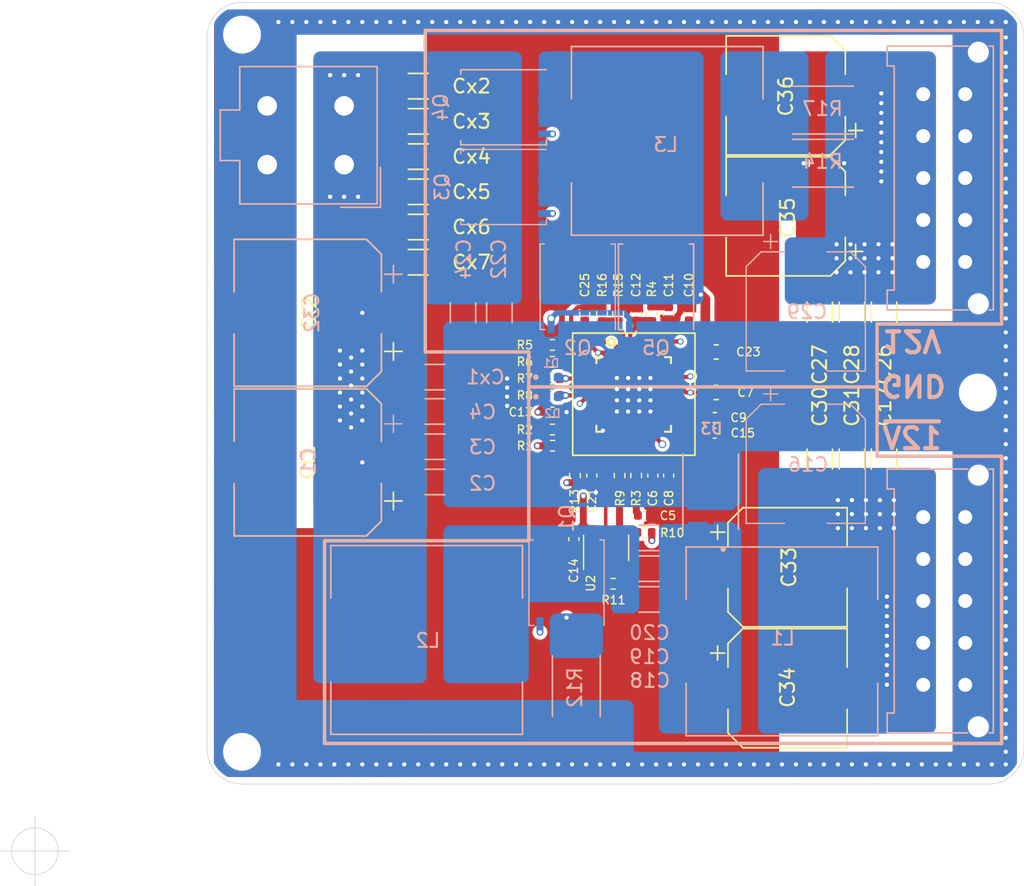
<source format=kicad_pcb>
(kicad_pcb (version 20211014) (generator pcbnew)
  (layers (0 "F.Cu" signal) (1 "In1.Cu" signal) (2 "In2.Cu" mixed) (31 "B.Cu" mixed) (34 "B.Paste" user) (35 "F.Paste" user) (36 "B.SilkS" user "B.Silkscreen") (37 "F.SilkS" user "F.Silkscreen") (38 "B.Mask" user) (39 "F.Mask" user) (44 "Edge.Cuts" user))
  (net 0 "")
  (net 1 "GND")
  (net 2 "VIN")
  (net 3 "Net-(C5-Pad2)")
  (net 4 "Net-(C6-Pad2)")
  (net 5 "Net-(C8-Pad2)")
  (net 6 "Net-(C9-Pad2)")
  (net 7 "Net-(C10-Pad1)")
  (net 8 "Net-(C11-Pad1)")
  (net 9 "Net-(C12-Pad1)")
  (net 10 "INTVcc")
  (net 11 "Net-(C15-Pad2)")
  (net 12 "Vout2(-12V)")
  (net 13 "Net-(C18-Pad2)")
  (net 14 "Net-(C18-Pad1)")
  (net 15 "Net-(C21-Pad2)")
  (net 16 "Net-(C23-Pad2)")
  (net 17 "Net-(C23-Pad1)")
  (net 18 "Vout1(12V)")
  (net 19 "Net-(C25-Pad1)")
  (net 20 "Net-(D1-Pad2)")
  (net 21 "Net-(D2-Pad2)")
  (net 22 "Net-(Q1-Pad4)")
  (net 23 "Net-(Q1-Pad1)")
  (net 24 "Net-(Q2-Pad4)")
  (net 25 "Net-(Q3-Pad4)")
  (net 26 "RUN")
  (net 27 "Net-(R5-Pad1)")
  (net 28 "Net-(R6-Pad1)")
  (net 29 "Net-(R10-Pad1)")
  (net 30 "Net-(R9-Pad1)")
  (net 31 "Net-(R11-Pad1)")
  (net 32 "Net-(R15-Pad2)")
  (footprint "lib:QFN-32_UH" (layer "F.Cu") (at 142.8 87.34)
    (fp_text reference "U1")
    (fp_text value "LTC3892EUHPBF")
  )
  (footprint "Capacitor_SMD:C_0402_1005Metric" (layer "F.Cu") (at 143.58 95.99 180)
    (fp_text reference "C5")
    (fp_text value "6.8nF")
  )
  (footprint "Capacitor_SMD:C_0402_1005Metric" (layer "F.Cu") (at 144.17 93.14 90)
    (fp_text reference "C6")
    (fp_text value "47pF")
  )
  (footprint "Capacitor_SMD:C_0603_1608Metric" (layer "F.Cu") (at 148.7 87.2)
    (fp_text reference "C7")
    (fp_text value "0.1uF")
  )
  (footprint "Capacitor_SMD:C_0402_1005Metric" (layer "F.Cu") (at 145.3 93.14 90)
    (fp_text reference "C8")
    (fp_text value "0.1uF")
  )
  (footprint "Capacitor_SMD:C_0402_1005Metric" (layer "F.Cu") (at 148.6 89 180)
    (fp_text reference "C9")
    (fp_text value "4.7uF")
  )
  (footprint "Capacitor_SMD:C_0402_1005Metric" (layer "F.Cu") (at 146.76 81.56 90)
    (fp_text reference "C10")
    (fp_text value "0.1uF")
  )
  (footprint "Capacitor_SMD:C_0402_1005Metric" (layer "F.Cu") (at 145.3 81.58 -90)
    (fp_text reference "C11")
    (fp_text value "6.8nF")
  )
  (footprint "Capacitor_SMD:C_0402_1005Metric" (layer "F.Cu") (at 142.97 81.57 90)
    (fp_text reference "C12")
    (fp_text value "47pF")
  )
  (footprint "Capacitor_SMD:C_0402_1005Metric" (layer "F.Cu") (at 136.99 88.603332)
    (fp_text reference "C13")
    (fp_text value "0.1uF")
  )
  (footprint "Capacitor_SMD:C_0402_1005Metric" (layer "F.Cu") (at 138.52 97.69 -90)
    (fp_text reference "C14")
    (fp_text value "10nF")
  )
  (footprint "Capacitor_SMD:C_0402_1005Metric" (layer "F.Cu") (at 148.59 90.11 180)
    (fp_text reference "C15")
    (fp_text value "0.1uF")
  )
  (footprint "Capacitor_SMD:C_1206_3216Metric" (layer "F.Cu") (at 160.699999 91.9625 -90)
    (fp_text reference "C17")
    (fp_text value "10uF")
  )
  (footprint "Capacitor_SMD:C_0402_1005Metric" (layer "F.Cu") (at 139.81 93.14 90)
    (fp_text reference "C21")
    (fp_text value "220pF")
  )
  (footprint "Capacitor_SMD:C_0603_1608Metric" (layer "F.Cu") (at 148.7 84.3)
    (fp_text reference "C23")
    (fp_text value "0.1uF")
  )
  (footprint "Capacitor_SMD:C_0402_1005Metric" (layer "F.Cu") (at 139.3 81.57 90)
    (fp_text reference "C25")
    (fp_text value "220pF")
  )
  (footprint "Capacitor_SMD:C_1206_3216Metric" (layer "F.Cu") (at 160.7 81.4525 90)
    (fp_text reference "C26")
    (fp_text value "10uF")
  )
  (footprint "Capacitor_SMD:C_1206_3216Metric" (layer "F.Cu") (at 156.1 81.4525 90)
    (fp_text reference "C27")
    (fp_text value "10uF")
  )
  (footprint "Capacitor_SMD:C_1206_3216Metric" (layer "F.Cu") (at 158.4 81.4525 90)
    (fp_text reference "C28")
    (fp_text value "10uF")
  )
  (footprint "Resistor_SMD:R_0402_1005Metric" (layer "F.Cu") (at 137 91.01 180)
    (fp_text reference "R1")
    (fp_text value "1M")
  )
  (footprint "Resistor_SMD:R_0402_1005Metric" (layer "F.Cu") (at 136.99 89.85)
    (fp_text reference "R2")
    (fp_text value "237K")
  )
  (footprint "Resistor_SMD:R_0402_1005Metric" (layer "F.Cu") (at 142.98 93.14 90)
    (fp_text reference "R3")
    (fp_text value "10K")
  )
  (footprint "Resistor_SMD:R_0402_1005Metric" (layer "F.Cu") (at 144.09 81.57 90)
    (fp_text reference "R4")
    (fp_text value "10K")
  )
  (footprint "Resistor_SMD:R_0402_1005Metric" (layer "F.Cu") (at 136.99 83.8 180)
    (fp_text reference "R5")
    (fp_text value "31.6K")
  )
  (footprint "Resistor_SMD:R_0402_1005Metric" (layer "F.Cu") (at 136.99 85.003333 180)
    (fp_text reference "R6")
    (fp_text value "100K")
  )
  (footprint "Resistor_SMD:R_0402_1005Metric" (layer "F.Cu") (at 136.99 86.206666)
    (fp_text reference "R7")
    (fp_text value "10K")
  )
  (footprint "Resistor_SMD:R_0402_1005Metric" (layer "F.Cu") (at 136.99 87.409999)
    (fp_text reference "R8")
    (fp_text value "20K")
  )
  (footprint "Resistor_SMD:R_0402_1005Metric" (layer "F.Cu") (at 141.79 93.14 -90)
    (fp_text reference "R9")
    (fp_text value "5.11K")
  )
  (footprint "Resistor_SMD:R_0402_1005Metric" (layer "F.Cu") (at 143.58 97.21)
    (fp_text reference "R10")
    (fp_text value "76.8K")
  )
  (footprint "Resistor_SMD:R_0402_1005Metric" (layer "F.Cu") (at 141.34 100.879999 180)
    (fp_text reference "R11")
    (fp_text value "4.75K")
  )
  (footprint "Resistor_SMD:R_0402_1005Metric" (layer "F.Cu") (at 138.6 93.14 90)
    (fp_text reference "R13")
    (fp_text value "150R")
  )
  (footprint "Resistor_SMD:R_0402_1005Metric" (layer "F.Cu") (at 141.69 81.57 -90)
    (fp_text reference "R15")
    (fp_text value "7.15K")
  )
  (footprint "Resistor_SMD:R_0402_1005Metric" (layer "F.Cu") (at 140.54 81.57 90)
    (fp_text reference "R16")
    (fp_text value "100K")
  )
  (footprint "Package_TO_SOT_SMD:SOT-23-5" (layer "F.Cu") (at 140.83 98.309999 90)
    (fp_text reference "U2")
    (fp_text value "LT1797")
  )
  (footprint "Capacitor_SMD:C_1206_3216Metric" (layer "F.Cu") (at 156.1 91.9625 -90)
    (fp_text reference "C30")
    (fp_text value "10uF")
  )
  (footprint "Capacitor_SMD:C_1206_3216Metric" (layer "F.Cu") (at 158.4 91.9625 -90)
    (fp_text reference "C31")
    (fp_text value "10uF")
  )
  (footprint "Capacitor_SMD:C_1206_3216Metric" (layer "F.Cu") (at 127.4 65.288888 180)
    (fp_text reference "Cx2")
    (fp_text value "OPT")
  )
  (footprint "MountingHole:MountingHole_2.2mm_M2" (layer "F.Cu") (at 114.8 112.9)
    (fp_text reference "H1" hide)
    (fp_text value "MountingHole")
  )
  (footprint "MountingHole:MountingHole_2.2mm_M2" (layer "F.Cu") (at 114.8 61.6)
    (fp_text reference "H2" hide)
    (fp_text value "MountingHole")
  )
  (footprint "MountingHole:MountingHole_2.2mm_M2" (layer "F.Cu") (at 167.4 87.2)
    (fp_text reference "H3" hide)
    (fp_text value "MountingHole")
  )
  (footprint "Capacitor_SMD:CP_Elec_10x10" (layer "F.Cu") (at 119.5 92.2 180)
    (fp_text reference "Cl1")
    (fp_text value "OPT")
  )
  (footprint "Capacitor_SMD:CP_Elec_10x10" (layer "F.Cu") (at 119.5 81.5 180)
    (fp_text reference "Cl2")
    (fp_text value "OPT")
  )
  (footprint "Capacitor_SMD:C_1206_3216Metric" (layer "F.Cu") (at 127.4 67.807332 180)
    (fp_text reference "Cx3")
    (fp_text value "OPT")
  )
  (footprint "Capacitor_SMD:C_1206_3216Metric" (layer "F.Cu") (at 127.4 70.325776 180)
    (fp_text reference "Cx4")
    (fp_text value "OPT")
  )
  (footprint "Capacitor_SMD:C_1206_3216Metric" (layer "F.Cu") (at 127.4 72.84422 180)
    (fp_text reference "Cx5")
    (fp_text value "OPT")
  )
  (footprint "Capacitor_SMD:C_1206_3216Metric" (layer "F.Cu") (at 127.4 75.362664 180)
    (fp_text reference "Cx6")
    (fp_text value "OPT")
  )
  (footprint "Capacitor_SMD:C_1206_3216Metric" (layer "F.Cu") (at 127.4 77.88111 180)
    (fp_text reference "Cx7")
    (fp_text value "OPT")
  )
  (footprint "Capacitor_SMD:CP_Elec_8x10" (layer "F.Cu") (at 153.8 99.7)
    (fp_text reference "C33")
    (fp_text value "OPT")
  )
  (footprint "Capacitor_SMD:CP_Elec_8x10" (layer "F.Cu") (at 153.8 108.35)
    (fp_text reference "C34")
    (fp_text value "OPT")
  )
  (footprint "Capacitor_SMD:CP_Elec_8x10" (layer "F.Cu") (at 153.67 74.6 180)
    (fp_text reference "C35")
    (fp_text value "OPT")
  )
  (footprint "Capacitor_SMD:CP_Elec_8x10" (layer "F.Cu") (at 153.669999 65.95 180)
    (fp_text reference "C36")
    (fp_text value "OPT")
  )
  (footprint "Capacitor_SMD:CP_Elec_10x10" (layer "B.Cu") (at 119.5 92.2 180)
    (fp_text reference "C1")
    (fp_text value "47uF")
  )
  (footprint "Capacitor_SMD:C_1206_3216Metric" (layer "B.Cu") (at 128.6 93.6)
    (fp_text reference "C2")
    (fp_text value "2.2uF")
  )
  (footprint "Capacitor_SMD:C_1206_3216Metric" (layer "B.Cu") (at 128.6 91.077778)
    (fp_text reference "C3")
    (fp_text value "2.2uF")
  )
  (footprint "Capacitor_SMD:C_1206_3216Metric" (layer "B.Cu") (at 128.6 88.555556)
    (fp_text reference "C4")
    (fp_text value "2.2uF")
  )
  (footprint "Capacitor_SMD:CP_Elec_8x10" (layer "B.Cu") (at 155.1 92.3 -90)
    (fp_text reference "C16")
    (fp_text value "150uF")
  )
  (footprint "Capacitor_SMD:C_1206_3216Metric" (layer "B.Cu") (at 143.9 97.6 180)
    (fp_text reference "C18")
    (fp_text value "10uF")
  )
  (footprint "Capacitor_SMD:C_1206_3216Metric" (layer "B.Cu") (at 143.9 102 180)
    (fp_text reference "C19")
    (fp_text value "10uF")
  )
  (footprint "Capacitor_SMD:C_1206_3216Metric" (layer "B.Cu") (at 143.9 99.8 180)
    (fp_text reference "C20")
    (fp_text value "10uF")
  )
  (footprint "Capacitor_SMD:C_1206_3216Metric" (layer "B.Cu") (at 133.2 81.5 -90)
    (fp_text reference "C22")
    (fp_text value "10uF")
  )
  (footprint "Capacitor_SMD:C_1206_3216Metric" (layer "B.Cu") (at 130.6 81.5 -90)
    (fp_text reference "C24")
    (fp_text value "10uF")
  )
  (footprint "LED_SMD:LED_0402_1005Metric" (layer "B.Cu") (at 136.9 86.1)
    (fp_text reference "D1")
    (fp_text value "LED")
  )
  (footprint "LED_SMD:LED_0402_1005Metric" (layer "B.Cu") (at 136.9 87.5)
    (fp_text reference "D2")
    (fp_text value "LED")
  )
  (footprint "lib:DIO_PDS360-13" (layer "B.Cu") (at 148.3 94.3 180)
    (fp_text reference "D3")
    (fp_text value "SBR8U60P5-13")
  )
  (footprint "Inductor_SMD:L_Wuerth_HCM-1350" (layer "B.Cu") (at 153.4 105 180)
    (fp_text reference "L1")
    (fp_text value "6.8uH")
  )
  (footprint "Inductor_SMD:L_Wuerth_HCM-1350" (layer "B.Cu") (at 128 104.9)
    (fp_text reference "L2")
    (fp_text value "6.8uH")
  )
  (footprint "Inductor_SMD:L_Wuerth_HCM-1350" (layer "B.Cu") (at 145.2 69.2)
    (fp_text reference "L3")
    (fp_text value "6.8uH")
  )
  (footprint "Package_TO_SOT_SMD:TDSON-8-1" (layer "B.Cu") (at 138 100.8 90)
    (fp_text reference "Q1")
    (fp_text value "BSC028N06LS3")
  )
  (footprint "Package_TO_SOT_SMD:TDSON-8-1" (layer "B.Cu") (at 138.8 79.64 90)
    (fp_text reference "Q2")
    (fp_text value "BSC028N06LS3")
  )
  (footprint "Package_TO_SOT_SMD:TDSON-8-1" (layer "B.Cu") (at 133.5 72.5 180)
    (fp_text reference "Q3")
    (fp_text value "BSC028N06LS3")
  )
  (footprint "Resistor_SMD:R_2512_6332Metric" (layer "B.Cu") (at 138.7 108.2 -90)
    (fp_text reference "R12")
    (fp_text value "5m")
  )
  (footprint "Resistor_SMD:R_2512_6332Metric" (layer "B.Cu") (at 156.33 70.8 180)
    (fp_text reference "R14")
    (fp_text value "8m")
  )
  (footprint "Capacitor_SMD:CP_Elec_8x10" (layer "B.Cu") (at 155.1 81.4 -90)
    (fp_text reference "C29")
    (fp_text value "150uF")
  )
  (footprint "Capacitor_SMD:CP_Elec_10x10" (layer "B.Cu") (at 119.5 81.5 180)
    (fp_text reference "C32")
    (fp_text value "47uF")
  )
  (footprint "Package_TO_SOT_SMD:TDSON-8-1" (layer "B.Cu") (at 133.5 66.8 180)
    (fp_text reference "Q4")
    (fp_text value "BSC028N06LS3")
  )
  (footprint "Package_TO_SOT_SMD:TDSON-8-1" (layer "B.Cu") (at 144.4 79.64 90)
    (fp_text reference "Q5")
    (fp_text value "BSC028N06LS3")
  )
  (footprint "Resistor_SMD:R_2512_6332Metric" (layer "B.Cu") (at 156.33 67 180)
    (fp_text reference "R17")
    (fp_text value "8m")
  )
  (footprint "Connector_Molex:Molex_Micro-Fit_3.0_43045-1012_2x05_P3.00mm_Vertical" (layer "B.Cu") (at 163.5 65.86 -90)
    (fp_text reference "J1" hide)
    (fp_text value "Conn_02x05_Top_Bottom")
  )
  (footprint "Connector_Molex:Molex_Micro-Fit_3.0_43045-1012_2x05_P3.00mm_Vertical" (layer "B.Cu") (at 163.5 96.11 -90)
    (fp_text reference "J2" hide)
    (fp_text value "Conn_02x05_Top_Bottom")
  )
  (footprint "Connector_Molex:Molex_Mini-Fit_Jr_5566-04A_2x02_P4.20mm_Vertical" (layer "B.Cu") (at 122.1 70.9 90)
    (fp_text reference "J3" hide)
    (fp_text value "Conn_01x02")
  )
  (footprint "Capacitor_SMD:C_1206_3216Metric" (layer "B.Cu") (at 128.6 86.1 180)
    (fp_text reference "Cx1")
    (fp_text value "OPT")
  )
  (gr_line (start 135.3 97.8) (end 135.3 86.8) (layer "B.SilkS") (width 0.25))
  (gr_line (start 160.2 91.76) (end 160.2 86.8) (layer "B.SilkS") (width 0.25))
  (gr_line (start 160.2 91.76) (end 169.1 91.76) (layer "B.SilkS") (width 0.25))
  (gr_circle (center 135.81 87.5) (end 135.91 87.6) (layer "B.SilkS") (width 0.12) (fill none))
  (gr_line (start 169.1 91.76) (end 169.1 112.3) (layer "B.SilkS") (width 0.25))
  (gr_line (start 160.2 82.3) (end 169.1 82.3) (layer "B.SilkS") (width 0.25))
  (gr_line (start 169.1 112.3) (end 120.7 112.3) (layer "B.SilkS") (width 0.25))
  (gr_line (start 135.3 86.8) (end 160.2 86.8) (layer "B.SilkS") (width 0.25))
  (gr_line (start 120.7 97.8) (end 135.3 97.8) (layer "B.SilkS") (width 0.25))
  (gr_line (start 127.9 84.3) (end 135.3 84.3) (layer "B.SilkS") (width 0.25))
  (gr_line (start 160.2 86.8) (end 160.2 82.3) (layer "B.SilkS") (width 0.25))
  (gr_line (start 127.9 61.3) (end 127.9 84.3) (layer "B.SilkS") (width 0.25))
  (gr_line (start 169.1 61.3) (end 127.9 61.3) (layer "B.SilkS") (width 0.25))
  (gr_line (start 135.3 84.3) (end 135.3 86.8) (layer "B.SilkS") (width 0.25))
  (gr_line (start 169.1 82.3) (end 169.1 61.3) (layer "B.SilkS") (width 0.25))
  (gr_line (start 120.7 112.3) (end 120.7 97.8) (layer "B.SilkS") (width 0.25))
  (gr_circle (center 135.8 86.1) (end 135.9 86.2) (layer "B.SilkS") (width 0.12) (fill none))
  (gr_line (start 147.18 91.69) (end 147.18 82.95) (layer "F.SilkS") (width 0.12))
  (gr_line (start 147.18 91.69) (end 138.44 91.69) (layer "F.SilkS") (width 0.12))
  (gr_line (start 138.44 82.95) (end 138.44 91.69) (layer "F.SilkS") (width 0.12))
  (gr_line (start 138.44 82.95) (end 147.18 82.95) (layer "F.SilkS") (width 0.12))
  (gr_circle (center 141.2 83.6) (end 141.4 83.6) (layer "F.SilkS") (width 0.4) (fill none))
  (gr_line (start 112.3 112.7) (end 112.3 61.8) (layer "Edge.Cuts") (width 0.05))
  (gr_arc (start 112.3 61.8) (mid 113.032233 60.032233) (end 114.8 59.3) (layer "Edge.Cuts") (width 0.05))
  (gr_arc (start 168.2 59.3) (mid 169.967767 60.032233) (end 170.7 61.8) (layer "Edge.Cuts") (width 0.05))
  (gr_arc (start 170.7 112.7) (mid 169.967767 114.467767) (end 168.2 115.2) (layer "Edge.Cuts") (width 0.05))
  (gr_arc (start 114.8 115.2) (mid 113.032233 114.467767) (end 112.3 112.7) (layer "Edge.Cuts") (width 0.05))
  (gr_line (start 114.8 59.3) (end 168.2 59.3) (layer "Edge.Cuts") (width 0.05))
  (gr_line (start 168.2 115.2) (end 114.8 115.2) (layer "Edge.Cuts") (width 0.05))
  (gr_line (start 170.7 61.8) (end 170.7 112.7) (layer "Edge.Cuts") (width 0.05))
  (gr_text "12V" (at 162.7 83.5 180) (layer "B.SilkS") (effects (font (size 1.5 1.5) (thickness 0.3)) (justify mirror)))
  (gr_text "~{12V}" (at 162.699999 90.5) (layer "B.SilkS") (effects (font (size 1.5 1.5) (thickness 0.3)) (justify mirror)))
  (gr_text "GND\n" (at 162.8 86.7 180) (layer "B.SilkS") (effects (font (size 1.5 1.5) (thickness 0.3)) (justify mirror)))
  (target plus (at 100 120) (size 5) (width 0.05) (layer "Edge.Cuts"))
  (segment (start 143.919411 86.349411) (end 144.66 87.09) (width 0.3) (layer "F.Cu") (net 1))
  (segment (start 143.919411 87.830589) (end 144.66 87.09) (width 0.3) (layer "F.Cu") (net 1))
  (segment (start 143.04 89.2) (end 142.651091 88.811091) (width 0.3) (layer "F.Cu") (net 1))
  (segment (start 143.458909 88.821091) (end 143.07 89.21) (width 0.3) (layer "F.Cu") (net 1))
  (segment (start 143.15 88.82) (end 143.538909 89.208909) (width 0.3) (layer "F.Cu") (net 1))
  (segment (start 143.54 89.21) (end 143.928909 88.821091) (width 0.3) (layer "F.Cu") (net 1))
  (segment (start 143.58 89.09) (end 143.03 89.09) (width 0.3) (layer "F.Cu") (net 1))
  (segment (start 140.1 94.35) (end 140.1 93.91) (width 0.5) (layer "F.Cu") (net 1))
  (segment (start 143.05 89.7924) (end 143.05 88.71) (width 0.3) (layer "F.Cu") (net 1))
  (segment (start 140.6 89.93) (end 140.9124 89.93) (width 0.5) (layer "F.Cu") (net 1))
  (segment (start 140.1 93.91) (end 139.81 93.62) (width 0.5) (layer "F.Cu") (net 1))
  (segment (start 145.3 82.06) (end 145.58 82.06) (width 0.3) (layer "F.Cu") (net 1))
  (segment (start 146.56 81.08) (end 146.76 81.08) (width 0.3) (layer "F.Cu") (net 1))
  (segment (start 137.473332 88.6) (end 138 88.6) (width 0.5) (layer "F.Cu") (net 1))
  (segment (start 143.55 89.7924) (end 143.55 88.09) (width 0.3) (layer "F.Cu") (net 1))
  (segment (start 143.05 87.09) (end 142.8 87.34) (width 0.3) (layer "F.Cu") (net 1))
  (segment (start 141.05 89.93) (end 141.05 89.7924) (width 0.3) (layer "F.Cu") (net 1))
  (segment (start 145.35 89.09) (end 145.2524 89.09) (width 0.3) (layer "F.Cu") (net 1))
  (segment (start 143.05 88.71) (end 143.2 88.56) (width 0.3) (layer "F.Cu") (net 1))
  (segment (start 140.9124 89.93) (end 140.95048 89.89192) (width 0.5) (layer "F.Cu") (net 1))
  (segment (start 137.473332 88.6) (end 137.47 88.603332) (width 0.3) (layer "F.Cu") (net 1))
  (segment (start 145.2524 87.09) (end 143.05 87.09) (width 0.3) (layer "F.Cu") (net 1))
  (segment (start 143.55 88.09) (end 142.8 87.34) (width 0.3) (layer "F.Cu") (net 1))
  (segment (start 145.58 82.06) (end 146.56 81.08) (width 0.3) (layer "F.Cu") (net 1))
  (via (at 142.4 86.16) (size 0.5) (drill 0.3) (layers "F.Cu" "B.Cu") (net 1))
  (via (at 143.2 86.16) (size 0.5) (drill 0.3) (layers "F.Cu" "B.Cu") (net 1))
  (via (at 144 86.16) (size 0.5) (drill 0.3) (layers "F.Cu" "B.Cu") (net 1))
  (via (at 141.6 86.96) (size 0.5) (drill 0.3) (layers "F.Cu" "B.Cu") (net 1))
  (via (at 142.4 86.96) (size 0.5) (drill 0.3) (layers "F.Cu" "B.Cu") (net 1))
  (via (at 143.2 86.96) (size 0.5) (drill 0.3) (layers "F.Cu" "B.Cu") (net 1))
  (via (at 144 86.96) (size 0.5) (drill 0.3) (layers "F.Cu" "B.Cu") (net 1))
  (via (at 141.6 87.76) (size 0.5) (drill 0.3) (layers "F.Cu" "B.Cu") (net 1))
  (via (at 142.4 87.76) (size 0.5) (drill 0.3) (layers "F.Cu" "B.Cu") (net 1))
  (via (at 143.2 87.76) (size 0.5) (drill 0.3) (layers "F.Cu" "B.Cu") (net 1))
  (via (at 144 87.76) (size 0.5) (drill 0.3) (layers "F.Cu" "B.Cu") (net 1))
  (via (at 141.6 88.56) (size 0.5) (drill 0.3) (layers "F.Cu" "B.Cu") (net 1))
  (via (at 142.4 88.56) (size 0.5) (drill 0.3) (layers "F.Cu" "B.Cu") (net 1))
  (via (at 143.2 88.56) (size 0.5) (drill 0.3) (layers "F.Cu" "B.Cu") (net 1))
  (via (at 144 88.56) (size 0.5) (drill 0.3) (layers "F.Cu" "B.Cu") (net 1))
  (via (at 169.4 61.8) (size 0.45) (drill 0.3) (layers "F.Cu" "B.Cu") (net 1))
  (via (at 167.4 60.7) (size 0.45) (drill 0.3) (layers "F.Cu" "B.Cu") (net 1))
  (via (at 169.4 60.7) (size 0.45) (drill 0.3) (layers "F.Cu" "B.Cu") (net 1))
  (via (at 168.4 60.7) (size 0.45) (drill 0.3) (layers "F.Cu" "B.Cu") (net 1))
  (via (at 165.4 60.7) (size 0.45) (drill 0.3) (layers "F.Cu" "B.Cu") (net 1))
  (via (at 166.4 60.7) (size 0.45) (drill 0.3) (layers "F.Cu" "B.Cu") (net 1))
  (via (at 165.4 113.8) (size 0.45) (drill 0.3) (layers "F.Cu" "B.Cu") (net 1))
  (via (at 166.4 113.8) (size 0.45) (drill 0.3) (layers "F.Cu" "B.Cu") (net 1))
  (via (at 169.4 113.8) (size 0.45) (drill 0.3) (layers "F.Cu" "B.Cu") (net 1))
  (via (at 167.4 113.8) (size 0.45) (drill 0.3) (layers "F.Cu" "B.Cu") (net 1))
  (via (at 168.4 113.8) (size 0.45) (drill 0.3) (layers "F.Cu" "B.Cu") (net 1))
  (via (at 117.4 60.7) (size 0.45) (drill 0.3) (layers "F.Cu" "B.Cu") (net 1))
  (via (at 118.4 60.7) (size 0.45) (drill 0.3) (layers "F.Cu" "B.Cu") (net 1))
  (via (at 119.4 60.7) (size 0.45) (drill 0.3) (layers "F.Cu" "B.Cu") (net 1))
  (via (at 120.4 60.7) (size 0.45) (drill 0.3) (layers "F.Cu" "B.Cu") (net 1))
  (via (at 121.4 60.7) (size 0.45) (drill 0.3) (layers "F.Cu" "B.Cu") (net 1))
  (via (at 122.4 60.7) (size 0.45) (drill 0.3) (layers "F.Cu" "B.Cu") (net 1))
  (via (at 123.4 60.7) (size 0.45) (drill 0.3) (layers "F.Cu" "B.Cu") (net 1))
  (via (at 124.4 60.7) (size 0.45) (drill 0.3) (layers "F.Cu" "B.Cu") (net 1))
  (via (at 125.4 60.7) (size 0.45) (drill 0.3) (layers "F.Cu" "B.Cu") (net 1))
  (via (at 126.4 60.7) (size 0.45) (drill 0.3) (layers "F.Cu" "B.Cu") (net 1))
  (via (at 127.4 60.7) (size 0.45) (drill 0.3) (layers "F.Cu" "B.Cu") (net 1))
  (via (at 128.4 60.7) (size 0.45) (drill 0.3) (layers "F.Cu" "B.Cu") (net 1))
  (via (at 129.4 60.7) (size 0.45) (drill 0.3) (layers "F.Cu" "B.Cu") (net 1))
  (via (at 130.4 60.7) (size 0.45) (drill 0.3) (layers "F.Cu" "B.Cu") (net 1))
  (via (at 131.4 60.7) (size 0.45) (drill 0.3) (layers "F.Cu" "B.Cu") (net 1))
  (via (at 132.4 60.7) (size 0.45) (drill 0.3) (layers "F.Cu" "B.Cu") (net 1))
  (via (at 133.4 60.7) (size 0.45) (drill 0.3) (layers "F.Cu" "B.Cu") (net 1))
  (via (at 134.4 60.7) (size 0.45) (drill 0.3) (layers "F.Cu" "B.Cu") (net 1))
  (via (at 135.4 60.7) (size 0.45) (drill 0.3) (layers "F.Cu" "B.Cu") (net 1))
  (via (at 136.4 60.7) (size 0.45) (drill 0.3) (layers "F.Cu" "B.Cu") (net 1))
  (via (at 137.4 60.7) (size 0.45) (drill 0.3) (layers "F.Cu" "B.Cu") (net 1))
  (via (at 138.4 60.7) (size 0.45) (drill 0.3) (layers "F.Cu" "B.Cu") (net 1))
  (via (at 139.4 60.7) (size 0.45) (drill 0.3) (layers "F.Cu" "B.Cu") (net 1))
  (via (at 140.4 60.7) (size 0.45) (drill 0.3) (layers "F.Cu" "B.Cu") (net 1))
  (via (at 141.4 60.7) (size 0.45) (drill 0.3) (layers "F.Cu" "B.Cu") (net 1))
  (via (at 142.4 60.7) (size 0.45) (drill 0.3) (layers "F.Cu" "B.Cu") (net 1))
  (via (at 143.4 60.7) (size 0.45) (drill 0.3) (layers "F.Cu" "B.Cu") (net 1))
  (via (at 144.4 60.7) (size 0.45) (drill 0.3) (layers "F.Cu" "B.Cu") (net 1))
  (via (at 145.4 60.7) (size 0.45) (drill 0.3) (layers "F.Cu" "B.Cu") (net 1))
  (via (at 146.4 60.7) (size 0.45) (drill 0.3) (layers "F.Cu" "B.Cu") (net 1))
  (via (at 147.4 60.7) (size 0.45) (drill 0.3) (layers "F.Cu" "B.Cu") (net 1))
  (via (at 148.4 60.7) (size 0.45) (drill 0.3) (layers "F.Cu" "B.Cu") (net 1))
  (via (at 149.4 60.7) (size 0.45) (drill 0.3) (layers "F.Cu" "B.Cu") (net 1))
  (via (at 150.4 60.7) (size 0.45) (drill 0.3) (layers "F.Cu" "B.Cu") (net 1))
  (via (at 151.4 60.7) (size 0.45) (drill 0.3) (layers "F.Cu" "B.Cu") (net 1))
  (via (at 152.4 60.7) (size 0.45) (drill 0.3) (layers "F.Cu" "B.Cu") (net 1))
  (via (at 153.4 60.7) (size 0.45) (drill 0.3) (layers "F.Cu" "B.Cu") (net 1))
  (via (at 154.4 60.7) (size 0.45) (drill 0.3) (layers "F.Cu" "B.Cu") (net 1))
  (via (at 155.4 60.7) (size 0.45) (drill 0.3) (layers "F.Cu" "B.Cu") (net 1))
  (via (at 156.4 60.7) (size 0.45) (drill 0.3) (layers "F.Cu" "B.Cu") (net 1))
  (via (at 157.4 60.7) (size 0.45) (drill 0.3) (layers "F.Cu" "B.Cu") (net 1))
  (via (at 158.4 60.7) (size 0.45) (drill 0.3) (layers "F.Cu" "B.Cu") (net 1))
  (via (at 159.4 60.7) (size 0.45) (drill 0.3) (layers "F.Cu" "B.Cu") (net 1))
  (via (at 160.4 60.7) (size 0.45) (drill 0.3) (layers "F.Cu" "B.Cu") (net 1))
  (via (at 161.4 60.7) (size 0.45) (drill 0.3) (layers "F.Cu" "B.Cu") (net 1))
  (via (at 162.4 60.7) (size 0.45) (drill 0.3) (layers "F.Cu" "B.Cu") (net 1))
  (via (at 163.4 60.7) (size 0.45) (drill 0.3) (layers "F.Cu" "B.Cu") (net 1))
  (via (at 164.4 60.7) (size 0.45) (drill 0.3) (layers "F.Cu" "B.Cu") (net 1))
  (via (at 142.4 113.8) (size 0.45) (drill 0.3) (layers "F.Cu" "B.Cu") (net 1))
  (via (at 128.4 113.8) (size 0.45) (drill 0.3) (layers "F.Cu" "B.Cu") (net 1))
  (via (at 144.4 113.8) (size 0.45) (drill 0.3) (layers "F.Cu" "B.Cu") (net 1))
  (via (at 136.4 113.8) (size 0.45) (drill 0.3) (layers "F.Cu" "B.Cu") (net 1))
  (via (at 134.4 113.8) (size 0.45) (drill 0.3) (layers "F.Cu" "B.Cu") (net 1))
  (via (at 152.4 113.8) (size 0.45) (drill 0.3) (layers "F.Cu" "B.Cu") (net 1))
  (via (at 119.4 113.8) (size 0.45) (drill 0.3) (layers "F.Cu" "B.Cu") (net 1))
  (via (at 129.4 113.8) (size 0.45) (drill 0.3) (layers "F.Cu" "B.Cu") (net 1))
  (via (at 124.4 113.8) (size 0.45) (drill 0.3) (layers "F.Cu" "B.Cu") (net 1))
  (via (at 123.4 113.8) (size 0.45) (drill 0.3) (layers "F.Cu" "B.Cu") (net 1))
  (via (at 118.4 113.8) (size 0.45) (drill 0.3) (layers "F.Cu" "B.Cu") (net 1))
  (via (at 125.4 113.8) (size 0.45) (drill 0.3) (layers "F.Cu" "B.Cu") (net 1))
  (via (at 117.4 113.8) (size 0.45) (drill 0.3) (layers "F.Cu" "B.Cu") (net 1))
  (via (at 137.4 113.8) (size 0.45) (drill 0.3) (layers "F.Cu" "B.Cu") (net 1))
  (via (at 138.4 113.8) (size 0.45) (drill 0.3) (layers "F.Cu" "B.Cu") (net 1))
  (via (at 121.4 113.8) (size 0.45) (drill 0.3) (layers "F.Cu" "B.Cu") (net 1))
  (via (at 141.4 113.8) (size 0.45) (drill 0.3) (layers "F.Cu" "B.Cu") (net 1))
  (via (at 143.4 113.8) (size 0.45) (drill 0.3) (layers "F.Cu" "B.Cu") (net 1))
  (via (at 146.4 113.8) (size 0.45) (drill 0.3) (layers "F.Cu" "B.Cu") (net 1))
  (via (at 149.4 113.8) (size 0.45) (drill 0.3) (layers "F.Cu" "B.Cu") (net 1))
  (via (at 120.4 113.8) (size 0.45) (drill 0.3) (layers "F.Cu" "B.Cu") (net 1))
  (via (at 150.4 113.8) (size 0.45) (drill 0.3) (layers "F.Cu" "B.Cu") (net 1))
  (via (at 151.4 113.8) (size 0.45) (drill 0.3) (layers "F.Cu" "B.Cu") (net 1))
  (via (at 154.4 113.8) (size 0.45) (drill 0.3) (layers "F.Cu" "B.Cu") (net 1))
  (via (at 155.4 113.8) (size 0.45) (drill 0.3) (layers "F.Cu" "B.Cu") (net 1))
  (via (at 147.4 113.8) (size 0.45) (drill 0.3) (layers "F.Cu" "B.Cu") (net 1))
  (via (at 158.4 113.8) (size 0.45) (drill 0.3) (layers "F.Cu" "B.Cu") (net 1))
  (via (at 139.4 113.8) (size 0.45) (drill 0.3) (layers "F.Cu" "B.Cu") (net 1))
  (via (at 159.4 113.8) (size 0.45) (drill 0.3) (layers "F.Cu" "B.Cu") (net 1))
  (via (at 132.4 113.8) (size 0.45) (drill 0.3) (layers "F.Cu" "B.Cu") (net 1))
  (via (at 160.4 113.8) (size 0.45) (drill 0.3) (layers "F.Cu" "B.Cu") (net 1))
  (via (at 161.4 113.8) (size 0.45) (drill 0.3) (layers "F.Cu" "B.Cu") (net 1))
  (via (at 145.4 113.8) (size 0.45) (drill 0.3) (layers "F.Cu" "B.Cu") (net 1))
  (via (at 133.4 113.8) (size 0.45) (drill 0.3) (layers "F.Cu" "B.Cu") (net 1))
  (via (at 130.4 113.8) (size 0.45) (drill 0.3) (layers "F.Cu" "B.Cu") (net 1))
  (via (at 148.4 113.8) (size 0.45) (drill 0.3) (layers "F.Cu" "B.Cu") (net 1))
  (via (at 153.4 113.8) (size 0.45) (drill 0.3) (layers "F.Cu" "B.Cu") (net 1))
  (via (at 122.4 113.8) (size 0.45) (drill 0.3) (layers "F.Cu" "B.Cu") (net 1))
  (via (at 126.4 113.8) (size 0.45) (drill 0.3) (layers "F.Cu" "B.Cu") (net 1))
  (via (at 156.4 113.8) (size 0.45) (drill 0.3) (layers "F.Cu" "B.Cu") (net 1))
  (via (at 157.4 113.8) (size 0.45) (drill 0.3) (layers "F.Cu" "B.Cu") (net 1))
  (via (at 127.4 113.8) (size 0.45) (drill 0.3) (layers "F.Cu" "B.Cu") (net 1))
  (via (at 135.4 113.8) (size 0.45) (drill 0.3) (layers "F.Cu" "B.Cu") (net 1))
  (via (at 131.4 113.8) (size 0.45) (drill 0.3) (layers "F.Cu" "B.Cu") (net 1))
  (via (at 140.4 113.8) (size 0.45) (drill 0.3) (layers "F.Cu" "B.Cu") (net 1))
  (via (at 163.4 113.8) (size 0.45) (drill 0.3) (layers "F.Cu" "B.Cu") (net 1))
  (via (at 164.4 113.8) (size 0.45) (drill 0.3) (layers "F.Cu" "B.Cu") (net 1))
  (via (at 162.4 113.8) (size 0.45) (drill 0.3) (layers "F.Cu" "B.Cu") (net 1))
  (via (at 169.4 83.9) (size 0.45) (drill 0.3) (layers "F.Cu" "B.Cu") (net 1))
  (via (at 169.4 72.9) (size 0.45) (drill 0.3) (layers "F.Cu" "B.Cu") (net 1))
  (via (at 169.4 101.9) (size 0.45) (drill 0.3) (layers "F.Cu" "B.Cu") (net 1))
  (via (at 169.4 96.9) (size 0.45) (drill 0.3) (layers "F.Cu" "B.Cu") (net 1))
  (via (at 169.4 86.9) (size 0.45) (drill 0.3) (layers "F.Cu" "B.Cu") (net 1))
  (via (at 169.4 100.9) (size 0.45) (drill 0.3) (layers "F.Cu" "B.Cu") (net 1))
  (via (at 169.4 69.9) (size 0.45) (drill 0.3) (layers "F.Cu" "B.Cu") (net 1))
  (via (at 169.4 91.9) (size 0.45) (drill 0.3) (layers "F.Cu" "B.Cu") (net 1))
  (via (at 169.4 105.9) (size 0.45) (drill 0.3) (layers "F.Cu" "B.Cu") (net 1))
  (via (at 169.4 73.9) (size 0.45) (drill 0.3) (layers "F.Cu" "B.Cu") (net 1))
  (via (at 169.400001 107.9) (size 0.45) (drill 0.3) (layers "F.Cu" "B.Cu") (net 1))
  (via (at 169.4 95.9) (size 0.45) (drill 0.3) (layers "F.Cu" "B.Cu") (net 1))
  (via (at 169.400001 84.9) (size 0.45) (drill 0.3) (layers "F.Cu" "B.Cu") (net 1))
  (via (at 169.400001 103.9) (size 0.45) (drill 0.3) (layers "F.Cu" "B.Cu") (net 1))
  (via (at 169.4 104.9) (size 0.45) (drill 0.3) (layers "F.Cu" "B.Cu") (net 1))
  (via (at 169.4 74.9) (size 0.45) (drill 0.3) (layers "F.Cu" "B.Cu") (net 1))
  (via (at 169.4 108.9) (size 0.45) (drill 0.3) (layers "F.Cu" "B.Cu") (net 1))
  (via (at 169.4 81.9) (size 0.45) (drill 0.3) (layers "F.Cu" "B.Cu") (net 1))
  (via (at 169.4 68.9) (size 0.45) (drill 0.3) (layers "F.Cu" "B.Cu") (net 1))
  (via (at 169.4 88.9) (size 0.45) (drill 0.3) (layers "F.Cu" "B.Cu") (net 1))
  (via (at 169.400001 75.9) (size 0.45) (drill 0.3) (layers "F.Cu" "B.Cu") (net 1))
  (via (at 169.4 97.9) (size 0.45) (drill 0.3) (layers "F.Cu" "B.Cu") (net 1))
  (via (at 169.4 76.9) (size 0.45) (drill 0.3) (layers "F.Cu" "B.Cu") (net 1))
  (via (at 169.4 90.9) (size 0.45) (drill 0.3) (layers "F.Cu" "B.Cu") (net 1))
  (via (at 169.4 99.9) (size 0.45) (drill 0.3) (layers "F.Cu" "B.Cu") (net 1))
  (via (at 169.4 67.9) (size 0.45) (drill 0.3) (layers "F.Cu" "B.Cu") (net 1))
  (via (at 169.400001 98.9) (size 0.45) (drill 0.3) (layers "F.Cu" "B.Cu") (net 1))
  (via (at 169.4 63.9) (size 0.45) (drill 0.3) (layers "F.Cu" "B.Cu") (net 1))
  (via (at 169.4 106.9) (size 0.45) (drill 0.3) (layers "F.Cu" "B.Cu") (net 1))
  (via (at 169.400001 66.9) (size 0.45) (drill 0.3) (layers "F.Cu" "B.Cu") (net 1))
  (via (at 169.400001 70.9) (size 0.45) (drill 0.3) (layers "F.Cu" "B.Cu") (net 1))
  (via (at 169.400001 93.9) (size 0.45) (drill 0.3) (layers "F.Cu" "B.Cu") (net 1))
  (via (at 169.400001 102.9) (size 0.45) (drill 0.3) (layers "F.Cu" "B.Cu") (net 1))
  (via (at 169.400001 94.9) (size 0.45) (drill 0.3) (layers "F.Cu" "B.Cu") (net 1))
  (via (at 169.4 65.9) (size 0.45) (drill 0.3) (layers "F.Cu" "B.Cu") (net 1))
  (via (at 169.400001 71.9) (size 0.45) (drill 0.3) (layers "F.Cu" "B.Cu") (net 1))
  (via (at 169.4 79.9) (size 0.45) (drill 0.3) (layers "F.Cu" "B.Cu") (net 1))
  (via (at 169.4 85.9) (size 0.45) (drill 0.3) (layers "F.Cu" "B.Cu") (net 1))
  (via (at 169.4 92.9) (size 0.45) (drill 0.3) (layers "F.Cu" "B.Cu") (net 1))
  (via (at 169.400001 80.9) (size 0.45) (drill 0.3) (layers "F.Cu" "B.Cu") (net 1))
  (via (at 169.4 64.9) (size 0.45) (drill 0.3) (layers "F.Cu" "B.Cu") (net 1))
  (via (at 169.4 77.9) (size 0.45) (drill 0.3) (layers "F.Cu" "B.Cu") (net 1))
  (via (at 169.400001 89.9) (size 0.45) (drill 0.3) (layers "F.Cu" "B.Cu") (net 1))
  (via (at 169.400001 112.9) (size 0.45) (drill 0.3) (layers "F.Cu" "B.Cu") (net 1))
  (via (at 169.4 87.9) (size 0.45) (drill 0.3) (layers "F.Cu" "B.Cu") (net 1))
  (via (at 169.4 111.9) (size 0.45) (drill 0.3) (layers "F.Cu" "B.Cu") (net 1))
  (via (at 169.4 78.9) (size 0.45) (drill 0.3) (layers "F.Cu" "B.Cu") (net 1))
  (via (at 169.4 110.9) (size 0.45) (drill 0.3) (layers "F.Cu" "B.Cu") (net 1))
  (via (at 169.400001 62.9) (size 0.45) (drill 0.3) (layers "F.Cu" "B.Cu") (net 1))
  (via (at 169.4 109.9) (size 0.45) (drill 0.3) (layers "F.Cu" "B.Cu") (net 1))
  (via (at 169.4 82.9) (size 0.45) (drill 0.3) (layers "F.Cu" "B.Cu") (net 1))
  (via (at 141.6 86.16) (size 0.5) (drill 0.3) (layers "F.Cu" "B.Cu") (net 1))
  (via (at 133.75 87.5) (size 0.45) (drill 0.3) (layers "F.Cu" "B.Cu") (net 1))
  (via (at 138 88.6) (size 0.45) (drill 0.3) (layers "F.Cu" "B.Cu") (net 1))
  (via (at 140.6 89.93) (size 0.45) (drill 0.3) (layers "F.Cu" "B.Cu") (net 1))
  (via (at 140.1 94.35) (size 0.45) (drill 0.3) (layers "F.Cu" "B.Cu") (net 1))
  (via (at 133.75 86.85) (size 0.45) (drill 0.3) (layers "F.Cu" "B.Cu") (net 1))
  (via (at 133.75 88.15) (size 0.45) (drill 0.3) (layers "F.Cu" "B.Cu") (net 1))
  (via (at 133.75 86.2) (size 0.45) (drill 0.3) (layers "F.Cu" "B.Cu") (net 1))
  (segment (start 135.91003 91.01) (end 135.910016 91.010014) (width 0.5) (layer "F.Cu") (net 2))
  (segment (start 148.12501 87.19999) (end 146.849982 87.19999) (width 0.3) (layer "F.Cu") (net 2))
  (segment (start 136.49 91.01) (end 135.91003 91.01) (width 0.5) (layer "F.Cu") (net 2))
  (segment (start 146.54999 87.19999) (end 146.849982 87.19999) (width 0.3) (layer "F.Cu") (net 2))
  (segment (start 145.2524 86.59) (end 145.94 86.59) (width 0.3) (layer "F.Cu") (net 2))
  (segment (start 145.94 86.59) (end 146.54999 87.19999) (width 0.3) (layer "F.Cu") (net 2))
  (via (at 123.4 84.2) (size 0.45) (drill 0.3) (layers "F.Cu" "B.Cu") (net 2))
  (via (at 123.4 85.2) (size 0.45) (drill 0.3) (layers "F.Cu" "B.Cu") (net 2))
  (via (at 123.4 86.2) (size 0.45) (drill 0.3) (layers "F.Cu" "B.Cu") (net 2))
  (via (at 123.4 87.2) (size 0.45) (drill 0.3) (layers "F.Cu" "B.Cu") (net 2))
  (via (at 123.4 88.2) (size 0.45) (drill 0.3) (layers "F.Cu" "B.Cu") (net 2))
  (via (at 123.4 89.2) (size 0.45) (drill 0.3) (layers "F.Cu" "B.Cu") (net 2))
  (via (at 121.8 86.2) (size 0.45) (drill 0.3) (layers "F.Cu" "B.Cu") (net 2))
  (via (at 121.8 87.2) (size 0.45) (drill 0.3) (layers "F.Cu" "B.Cu") (net 2))
  (via (at 122.6 88.7) (size 0.45) (drill 0.3) (layers "F.Cu" "B.Cu") (net 2))
  (via (at 121.8 89.2) (size 0.45) (drill 0.3) (layers "F.Cu" "B.Cu") (net 2))
  (via (at 121.8 84.2) (size 0.45) (drill 0.3) (layers "F.Cu" "B.Cu") (net 2))
  (via (at 121.8 85.2) (size 0.45) (drill 0.3) (layers "F.Cu" "B.Cu") (net 2))
  (via (at 122.6 89.7) (size 0.45) (drill 0.3) (layers "F.Cu" "B.Cu") (net 2))
  (via (at 122.6 84.7) (size 0.45) (drill 0.3) (layers "F.Cu" "B.Cu") (net 2))
  (via (at 122.6 86.7) (size 0.45) (drill 0.3) (layers "F.Cu" "B.Cu") (net 2))
  (via (at 122.6 87.7) (size 0.45) (drill 0.3) (layers "F.Cu" "B.Cu") (net 2))
  (via (at 122.6 85.7) (size 0.45) (drill 0.3) (layers "F.Cu" "B.Cu") (net 2))
  (via (at 121.8 88.2) (size 0.45) (drill 0.3) (layers "F.Cu" "B.Cu") (net 2))
  (via (at 123.1 73.199999) (size 0.45) (drill 0.3) (layers "F.Cu" "B.Cu") (net 2))
  (via (at 121.1 73.2) (size 0.45) (drill 0.3) (layers "F.Cu" "B.Cu") (net 2))
  (via (at 122.1 73.2) (size 0.45) (drill 0.3) (layers "F.Cu" "B.Cu") (net 2))
  (via (at 121.1 64.5) (size 0.45) (drill 0.3) (layers "F.Cu" "B.Cu") (net 2))
  (via (at 123.1 64.499999) (size 0.45) (drill 0.3) (layers "F.Cu" "B.Cu") (net 2))
  (via (at 122.1 64.5) (size 0.45) (drill 0.3) (layers "F.Cu" "B.Cu") (net 2))
  (via (at 123.4 81.5) (size 0.45) (drill 0.3) (layers "F.Cu" "B.Cu") (net 2))
  (via (at 146.849982 87.19999) (size 0.45) (drill 0.3) (layers "F.Cu" "B.Cu") (net 2))
  (via (at 135.910016 91.010014) (size 0.45) (drill 0.3) (layers "F.Cu" "B.Cu") (net 2))
  (via (at 123.4 92.2) (size 0.45) (drill 0.3) (layers "F.Cu" "B.Cu") (net 2))
  (segment (start 142.99 95.74) (end 142.99 93.66) (width 0.5) (layer "F.Cu") (net 3))
  (segment (start 143.09 95.84) (end 142.99 95.74) (width 0.5) (layer "F.Cu") (net 3))
  (segment (start 142.99 93.66) (end 142.98 93.65) (width 0.5) (layer "F.Cu") (net 3))
  (segment (start 142.55 92.2) (end 142.98 92.63) (width 0.3) (layer "F.Cu") (net 4))
  (segment (start 142.98 92.63) (end 144.14 92.63) (width 0.5) (layer "F.Cu") (net 4))
  (segment (start 142.55 89.7924) (end 142.55 92.2) (width 0.3) (layer "F.Cu") (net 4))
  (segment (start 144.14 92.63) (end 144.17 92.66) (width 0.5) (layer "F.Cu") (net 4))
  (segment (start 145.22 92.66) (end 145.22 92.42) (width 0.3) (layer "F.Cu") (net 5))
  (segment (start 144.05 91.25) (end 144.05 89.7924) (width 0.3) (layer "F.Cu") (net 5))
  (segment (start 145.22 92.42) (end 144.05 91.25) (width 0.3) (layer "F.Cu") (net 5))
  (segment (start 145.99 87.59) (end 147.4 89) (width 0.3) (layer "F.Cu") (net 6))
  (segment (start 147.4 89) (end 148.12 89) (width 0.3) (layer "F.Cu") (net 6))
  (segment (start 145.2524 87.59) (end 145.99 87.59) (width 0.3) (layer "F.Cu") (net 6))
  (segment (start 146.76 82.04) (end 146.76 82.05) (width 0.3) (layer "F.Cu") (net 7))
  (segment (start 143.55 83.52) (end 143.55 84.8876) (width 0.3) (layer "F.Cu") (net 7))
  (segment (start 146.76 82.05) (end 145.86 82.95) (width 0.3) (layer "F.Cu") (net 7))
  (segment (start 144.12 82.95) (end 143.55 83.52) (width 0.3) (layer "F.Cu") (net 7))
  (segment (start 145.86 82.95) (end 144.12 82.95) (width 0.3) (layer "F.Cu") (net 7))
  (segment (start 144.09 81.06) (end 144.1 81.07) (width 0.5) (layer "F.Cu") (net 8))
  (segment (start 145.27 81.07) (end 145.3 81.1) (width 0.5) (layer "F.Cu") (net 8))
  (segment (start 144.1 81.07) (end 145.27 81.07) (width 0.5) (layer "F.Cu") (net 8))
  (segment (start 143.34 82.21) (end 142.97 82.58) (width 0.3) (layer "F.Cu") (net 9))
  (segment (start 142.55 82.97) (end 142.55 84.8876) (width 0.3) (layer "F.Cu") (net 9))
  (segment (start 144.079999 82.05) (end 142.94 82.05) (width 0.5) (layer "F.Cu") (net 9))
  (segment (start 142.92 82.6) (end 142.55 82.97) (width 0.3) (layer "F.Cu") (net 9))
  (segment (start 142.94 82.05) (end 142.92 82.07) (width 0.5) (layer "F.Cu") (net 9))
  (segment (start 142.92 82.07) (end 142.92 82.6) (width 0.3) (layer "F.Cu") (net 9))
  (segment (start 139.88 97.209999) (end 139.759999 97.209999) (width 0.5) (layer "F.Cu") (net 10))
  (segment (start 136.48 87.409999) (end 136.48 88.07) (width 0.5) (layer "F.Cu") (net 10))
  (segment (start 138.64 97.21) (end 139.2 96.65) (width 0.5) (layer "F.Cu") (net 10))
  (segment (start 136.48 85.003333) (end 136.48 88.573332) (width 0.5) (layer "F.Cu") (net 10))
  (segment (start 136.48 88.07) (end 135.95 88.6) (width 0.5) (layer "F.Cu") (net 10))
  (segment (start 138.52 97.21) (end 138.64 97.21) (width 0.5) (layer "F.Cu") (net 10))
  (segment (start 136.51 88.603332) (end 135.953332 88.603332) (width 0.5) (layer "F.Cu") (net 10))
  (segment (start 136.48 88.573332) (end 136.51 88.603332) (width 0.5) (layer "F.Cu") (net 10))
  (segment (start 138.95 88) (end 139.36 87.59) (width 0.3) (layer "F.Cu") (net 10))
  (segment (start 139.36 87.59) (end 140.3476 87.59) (width 0.3) (layer "F.Cu") (net 10))
  (segment (start 135.953332 88.603332) (end 135.95 88.6) (width 0.5) (layer "F.Cu") (net 10))
  (segment (start 138.52 97.21) (end 139.88 97.209999) (width 0.5) (layer "F.Cu") (net 10))
  (segment (start 139.2 96.65) (end 139.2 94.6) (width 0.5) (layer "F.Cu") (net 10))
  (segment (start 139.759999 97.209999) (end 139.2 96.65) (width 0.5) (layer "F.Cu") (net 10))
  (via (at 135.95 88.6) (size 0.45) (drill 0.3) (layers "F.Cu" "B.Cu") (net 10))
  (via (at 138.95 88) (size 0.45) (drill 0.3) (layers "F.Cu" "B.Cu") (net 10))
  (via (at 139.2 94.6) (size 0.45) (drill 0.3) (layers "F.Cu" "B.Cu") (net 10))
  (segment (start 146.14 88.59) (end 147.65 90.1) (width 0.3) (layer "F.Cu") (net 11))
  (segment (start 148.1 90.1) (end 148.11 90.11) (width 0.3) (layer "F.Cu") (net 11))
  (segment (start 147.65 90.1) (end 148.1 90.1) (width 0.3) (layer "F.Cu") (net 11))
  (segment (start 145.2524 88.59) (end 146.14 88.59) (width 0.3) (layer "F.Cu") (net 11))
  (segment (start 144.09 97.21) (end 144.09 97.790003) (width 0.5) (layer "F.Cu") (net 12))
  (segment (start 144.09 97.790003) (end 144.099998 97.800001) (width 0.5) (layer "F.Cu") (net 12))
  (via (at 160.4 96.9) (size 0.45) (drill 0.3) (layers "F.Cu" "B.Cu") (net 12))
  (via (at 157.4 96.9) (size 0.45) (drill 0.3) (layers "F.Cu" "B.Cu") (net 12))
  (via (at 161.4 96.9) (size 0.45) (drill 0.3) (layers "F.Cu" "B.Cu") (net 12))
  (via (at 158.4 96.9) (size 0.45) (drill 0.3) (layers "F.Cu" "B.Cu") (net 12))
  (via (at 159.4 96.9) (size 0.45) (drill 0.3) (layers "F.Cu" "B.Cu") (net 12))
  (via (at 158.4 94.9) (size 0.45) (drill 0.3) (layers "F.Cu" "B.Cu") (net 12))
  (via (at 159.4 95.9) (size 0.45) (drill 0.3) (layers "F.Cu" "B.Cu") (net 12))
  (via (at 158.4 95.9) (size 0.45) (drill 0.3) (layers "F.Cu" "B.Cu") (net 12))
  (via (at 161.4 94.9) (size 0.45) (drill 0.3) (layers "F.Cu" "B.Cu") (net 12))
  (via (at 159.4 94.9) (size 0.45) (drill 0.3) (layers "F.Cu" "B.Cu") (net 12))
  (via (at 157.4 95.9) (size 0.45) (drill 0.3) (layers "F.Cu" "B.Cu") (net 12))
  (via (at 157.4 94.9) (size 0.45) (drill 0.3) (layers "F.Cu" "B.Cu") (net 12))
  (via (at 160.4 95.9) (size 0.45) (drill 0.3) (layers "F.Cu" "B.Cu") (net 12))
  (via (at 161.4 95.9) (size 0.45) (drill 0.3) (layers "F.Cu" "B.Cu") (net 12))
  (via (at 160.4 94.9) (size 0.45) (drill 0.3) (layers "F.Cu" "B.Cu") (net 12))
  (via (at 160.9 105.3) (size 0.45) (drill 0.3) (layers "F.Cu" "B.Cu") (net 12))
  (via (at 160.9 106.7) (size 0.45) (drill 0.3) (layers "F.Cu" "B.Cu") (net 12))
  (via (at 160.9 101.8) (size 0.45) (drill 0.3) (layers "F.Cu" "B.Cu") (net 12))
  (via (at 160.9 108.1) (size 0.45) (drill 0.3) (layers "F.Cu" "B.Cu") (net 12))
  (via (at 160.9 103.2) (size 0.45) (drill 0.3) (layers "F.Cu" "B.Cu") (net 12))
  (via (at 160.9 107.4) (size 0.45) (drill 0.3) (layers "F.Cu" "B.Cu") (net 12))
  (via (at 160.9 106) (size 0.45) (drill 0.3) (layers "F.Cu" "B.Cu") (net 12))
  (via (at 160.9 104.6) (size 0.45) (drill 0.3) (layers "F.Cu" "B.Cu") (net 12))
  (via (at 160.9 103.9) (size 0.45) (drill 0.3) (layers "F.Cu" "B.Cu") (net 12))
  (via (at 160.9 102.5) (size 0.45) (drill 0.3) (layers "F.Cu" "B.Cu") (net 12))
  (via (at 144.099998 97.800001) (size 0.45) (drill 0.3) (layers "F.Cu" "B.Cu") (net 12))
  (segment (start 141.55 91) (end 141.55 89.7924) (width 0.3) (layer "F.Cu") (net 15))
  (segment (start 139.81 92.66) (end 139.89 92.66) (width 0.3) (layer "F.Cu") (net 15))
  (segment (start 139.78 92.63) (end 139.81 92.66) (width 0.5) (layer "F.Cu") (net 15))
  (segment (start 138.6 92.63) (end 139.78 92.63) (width 0.5) (layer "F.Cu") (net 15))
  (segment (start 139.89 92.66) (end 141.55 91) (width 0.3) (layer "F.Cu") (net 15))
  (segment (start 145.71 85.59) (end 145.2524 85.59) (width 0.3) (layer "F.Cu") (net 16))
  (segment (start 148.6 85.4) (end 145.9 85.4) (width 0.3) (layer "F.Cu") (net 16))
  (segment (start 149.475 84.3) (end 149.475 84.525) (width 0.3) (layer "F.Cu") (net 16))
  (segment (start 149.475 84.525) (end 148.6 85.4) (width 0.3) (layer "F.Cu") (net 16))
  (segment (start 145.9 85.4) (end 145.71 85.59) (width 0.3) (layer "F.Cu") (net 16))
  (segment (start 148.075 83.525) (end 147.2 84.4) (width 0.3) (layer "F.Cu") (net 17))
  (segment (start 147.875 83.525) (end 147 84.4) (width 0.3) (layer "F.Cu") (net 17))
  (segment (start 144.55 84.82) (end 144.55 84.8876) (width 0.3) (layer "F.Cu") (net 17))
  (segment (start 144.55 84.8876) (end 144.55 84.8188) (width 0.3) (layer "F.Cu") (net 17))
  (segment (start 144.55 84.8188) (end 144.9688 84.4) (width 0.3) (layer "F.Cu") (net 17))
  (segment (start 147.925 80.525) (end 147.925 84.3) (width 0.7) (layer "F.Cu") (net 17))
  (segment (start 147.6 80.2) (end 147.925 80.525) (width 0.7) (layer "F.Cu") (net 17))
  (segment (start 144.9688 84.4) (end 147.825 84.4) (width 0.3) (layer "F.Cu") (net 17))
  (segment (start 147.825 84.4) (end 147.925 84.3) (width 0.3) (layer "F.Cu") (net 17))
  (via (at 147.6 80.2) (size 0.45) (drill 0.3) (layers "F.Cu" "B.Cu") (net 17))
  (segment (start 141.05 84.8876) (end 141.05 84.85) (width 0.3) (layer "F.Cu") (net 18))
  (segment (start 138.33 81.57) (end 138.33 82.43) (width 0.3) (layer "F.Cu") (net 18))
  (segment (start 138.81 81.09) (end 138.33 81.57) (width 0.3) (layer "F.Cu") (net 18))
  (segment (start 139.3 81.09) (end 138.81 81.09) (width 0.3) (layer "F.Cu") (net 18))
  (segment (start 140.54 81.06) (end 139.33 81.06) (width 0.5) (layer "F.Cu") (net 18))
  (segment (start 138.33 82.43) (end 140.25 84.35) (width 0.3) (layer "F.Cu") (net 18))
  (segment (start 141.05 84.8876) (end 141.05 84.8) (width 0.3) (layer "F.Cu") (net 18))
  (segment (start 140.6 84.35) (end 140.25 84.35) (width 0.3) (layer "F.Cu") (net 18))
  (segment (start 141.05 84.8) (end 140.6 84.35) (width 0.3) (layer "F.Cu") (net 18))
  (segment (start 141.05 84.83) (end 141.05 84.8876) (width 0.3) (layer "F.Cu") (net 18))
  (segment (start 141.05 84.8876) (end 141.05 84.79) (width 0.3) (layer "F.Cu") (net 18))
  (segment (start 141.05 84.8876) (end 141.05 84.82) (width 0.3) (layer "F.Cu") (net 18))
  (segment (start 139.33 81.06) (end 139.3 81.09) (width 0.5) (layer "F.Cu") (net 18))
  (via (at 160.5 65.8) (size 0.45) (drill 0.3) (layers "F.Cu" "B.Cu") (net 18))
  (via (at 160.5 68.6) (size 0.45) (drill 0.3) (layers "F.Cu" "B.Cu") (net 18))
  (via (at 160.5 67.9) (size 0.45) (drill 0.3) (layers "F.Cu" "B.Cu") (net 18))
  (via (at 160.5 67.2) (size 0.45) (drill 0.3) (layers "F.Cu" "B.Cu") (net 18))
  (via (at 160.5 66.5) (size 0.45) (drill 0.3) (layers "F.Cu" "B.Cu") (net 18))
  (via (at 160.5 69.3) (size 0.45) (drill 0.3) (layers "F.Cu" "B.Cu") (net 18))
  (via (at 160.5 70) (size 0.45) (drill 0.3) (layers "F.Cu" "B.Cu") (net 18))
  (via (at 160.5 71.4) (size 0.45) (drill 0.3) (layers "F.Cu" "B.Cu") (net 18))
  (via (at 160.5 70.7) (size 0.45) (drill 0.3) (layers "F.Cu" "B.Cu") (net 18))
  (via (at 160.5 72.1) (size 0.45) (drill 0.3) (layers "F.Cu" "B.Cu") (net 18))
  (via (at 158.3 76.6) (size 0.45) (drill 0.3) (layers "F.Cu" "B.Cu") (net 18))
  (via (at 159.3 76.6) (size 0.45) (drill 0.3) (layers "F.Cu" "B.Cu") (net 18))
  (via (at 160.3 76.6) (size 0.45) (drill 0.3) (layers "F.Cu" "B.Cu") (net 18))
  (via (at 161.3 76.6) (size 0.45) (drill 0.3) (layers "F.Cu" "B.Cu") (net 18))
  (via (at 157.3 77.6) (size 0.45) (drill 0.3) (layers "F.Cu" "B.Cu") (net 18))
  (via (at 158.3 77.6) (size 0.45) (drill 0.3) (layers "F.Cu" "B.Cu") (net 18))
  (via (at 159.3 77.6) (size 0.45) (drill 0.3) (layers "F.Cu" "B.Cu") (net 18))
  (via (at 160.3 77.6) (size 0.45) (drill 0.3) (layers "F.Cu" "B.Cu") (net 18))
  (via (at 161.3 77.6) (size 0.45) (drill 0.3) (layers "F.Cu" "B.Cu") (net 18))
  (via (at 157.3 78.6) (size 0.45) (drill 0.3) (layers "F.Cu" "B.Cu") (net 18))
  (via (at 158.3 78.6) (size 0.45) (drill 0.3) (layers "F.Cu" "B.Cu") (net 18))
  (via (at 159.3 78.6) (size 0.45) (drill 0.3) (layers "F.Cu" "B.Cu") (net 18))
  (via (at 160.3 78.6) (size 0.45) (drill 0.3) (layers "F.Cu" "B.Cu") (net 18))
  (via (at 161.3 78.6) (size 0.45) (drill 0.3) (layers "F.Cu" "B.Cu") (net 18))
  (via (at 157.3 76.6) (size 0.45) (drill 0.3) (layers "F.Cu" "B.Cu") (net 18))
  (via (at 157.85 70.8) (size 0.45) (drill 0.3) (layers "F.Cu" "B.Cu") (net 18))
  (via (at 140.25 84.35) (size 0.45) (drill 0.3) (layers "F.Cu" "B.Cu") (net 18))
  (segment (start 141.55 83.95) (end 141.2 83.6) (width 0.3) (layer "F.Cu") (net 19))
  (segment (start 140.570001 83.6) (end 141.2 83.6) (width 0.3) (layer "F.Cu") (net 19))
  (segment (start 139.3 82.05) (end 139.3 82.329999) (width 0.3) (layer "F.Cu") (net 19))
  (segment (start 141.55 84.8876) (end 141.55 83.95) (width 0.3) (layer "F.Cu") (net 19))
  (segment (start 139.3 82.329999) (end 140.570001 83.6) (width 0.3) (layer "F.Cu") (net 19))
  (via (at 154.95 70.8) (size 0.45) (drill 0.3) (layers "F.Cu" "B.Cu") (net 19))
  (via (at 141.2 83.6) (size 0.45) (drill 0.3) (layers "F.Cu" "B.Cu") (net 19))
  (segment (start 138.24 86.2) (end 137.506666 86.2) (width 0.3) (layer "F.Cu") (net 20))
  (segment (start 140.3476 86.59) (end 138.9 86.59) (width 0.3) (layer "F.Cu") (net 20))
  (segment (start 137.506666 86.2) (end 137.5 86.206666) (width 0.5) (layer "F.Cu") (net 20))
  (segment (start 137.94 86.2) (end 137.506666 86.2) (width 0.5) (layer "F.Cu") (net 20))
  (segment (start 138.51 86.2) (end 138.24 86.2) (width 0.3) (layer "F.Cu") (net 20))
  (segment (start 138.9 86.59) (end 138.51 86.2) (width 0.3) (layer "F.Cu") (net 20))
  (via (at 137.94 86.2) (size 0.45) (drill 0.3) (layers "F.Cu" "B.Cu") (net 20))
  (segment (start 137.485 86.2) (end 137.385 86.1) (width 0.5) (layer "B.Cu") (net 20))
  (segment (start 137.94 86.2) (end 137.485 86.2) (width 0.5) (layer "B.Cu") (net 20))
  (segment (start 138.24 87.41) (end 137.500001 87.41) (width 0.3) (layer "F.Cu") (net 21))
  (segment (start 137.94 87.41) (end 137.5 87.409999) (width 0.5) (layer "F.Cu") (net 21))
  (segment (start 138.885 87.09) (end 138.565 87.41) (width 0.3) (layer "F.Cu") (net 21))
  (segment (start 140.3476 87.09) (end 138.885 87.09) (width 0.3) (layer "F.Cu") (net 21))
  (segment (start 138.565 87.41) (end 138.24 87.41) (width 0.3) (layer "F.Cu") (net 21))
  (segment (start 137.500001 87.41) (end 137.5 87.409999) (width 0.3) (layer "F.Cu") (net 21))
  (via (at 137.94 87.41) (size 0.45) (drill 0.3) (layers "F.Cu" "B.Cu") (net 21))
  (segment (start 137.475 87.41) (end 137.385 87.5) (width 0.3) (layer "B.Cu") (net 21))
  (segment (start 137.94 87.41) (end 137.475 87.41) (width 0.5) (layer "B.Cu") (net 21))
  (segment (start 144.55 89.7924) (end 144.55 90.6) (width 0.3) (layer "F.Cu") (net 22))
  (segment (start 144.55 90.6) (end 144.85 90.9) (width 0.3) (layer "F.Cu") (net 22))
  (via (at 136.1 104.35) (size 0.45) (drill 0.3) (layers "F.Cu" "B.Cu") (net 22))
  (via (at 144.85 90.9) (size 0.55) (drill 0.4) (layers "F.Cu" "B.Cu") (net 22))
  (segment (start 136.1 103.705) (end 136.095 103.7) (width 0.5) (layer "B.Cu") (net 22))
  (segment (start 136.1 104.35) (end 136.1 103.705) (width 0.5) (layer "B.Cu") (net 22))
  (segment (start 138.6 93.65) (end 138 93.65) (width 0.5) (layer "F.Cu") (net 23))
  (via (at 138 93.65) (size 0.45) (drill 0.3) (layers "F.Cu" "B.Cu") (net 23))
  (via (at 138 103.3) (size 0.45) (drill 0.3) (layers "F.Cu" "B.Cu") (net 23))
  (segment (start 145.2524 86.09) (end 146.81 86.09) (width 0.3) (layer "F.Cu") (net 24))
  (segment (start 146.81 86.09) (end 146.85 86.05) (width 0.3) (layer "F.Cu") (net 24))
  (via (at 146.85 86.05) (size 0.45) (drill 0.3) (layers "F.Cu" "B.Cu") (net 24))
  (via (at 136.9 81.9) (size 0.55) (drill 0.4) (layers "F.Cu" "B.Cu") (net 24))
  (segment (start 137.3 81.5) (end 142.1 81.5) (width 0.4) (layer "B.Cu") (net 24))
  (segment (start 136.9 81.9) (end 136.9 82.535) (width 0.5) (layer "B.Cu") (net 24))
  (segment (start 142.495 81.895) (end 142.495 82.54) (width 0.4) (layer "B.Cu") (net 24))
  (segment (start 136.895 81.905) (end 137.3 81.5) (width 0.4) (layer "B.Cu") (net 24))
  (segment (start 142.1 81.5) (end 142.495 81.895) (width 0.4) (layer "B.Cu") (net 24))
  (segment (start 144.685195 83.550005) (end 146.150001 83.550005) (width 0.3) (layer "F.Cu") (net 25))
  (segment (start 144.05 84.8876) (end 144.05 84.1852) (width 0.3) (layer "F.Cu") (net 25))
  (segment (start 144.05 84.1852) (end 144.685195 83.550005) (width 0.3) (layer "F.Cu") (net 25))
  (via (at 137 68.7) (size 0.45) (drill 0.3) (layers "F.Cu" "B.Cu") (net 25))
  (via (at 137 74.4) (size 0.45) (drill 0.3) (layers "F.Cu" "B.Cu") (net 25))
  (via (at 146.150001 83.550005) (size 0.45) (drill 0.3) (layers "F.Cu" "B.Cu") (net 25))
  (segment (start 137 74.4) (end 136.405 74.4) (width 0.5) (layer "B.Cu") (net 25))
  (segment (start 136.4 68.705) (end 136.995 68.705) (width 0.5) (layer "B.Cu") (net 25))
  (segment (start 136.995 68.705) (end 137 68.7) (width 0.5) (layer "B.Cu") (net 25))
  (segment (start 136.405 74.4) (end 136.4 74.405) (width 0.5) (layer "B.Cu") (net 25))
  (segment (start 138.01 90.01) (end 137.466665 90.01) (width 0.3) (layer "F.Cu") (net 26))
  (segment (start 137.96 90.21) (end 137.416665 90.21) (width 0.3) (layer "F.Cu") (net 26))
  (segment (start 140.3476 88.09) (end 139.88 88.09) (width 0.3) (layer "F.Cu") (net 26))
  (segment (start 139.6452 88.59) (end 137.5 90.7352) (width 0.3) (layer "F.Cu") (net 26))
  (segment (start 139.88 88.09) (end 138.173335 89.796665) (width 0.3) (layer "F.Cu") (net 26))
  (segment (start 137.5 90.7352) (end 137.5 91) (width 0.3) (layer "F.Cu") (net 26))
  (segment (start 138.173335 89.796665) (end 137.5 89.796665) (width 0.3) (layer "F.Cu") (net 26))
  (segment (start 140.3476 88.59) (end 139.6452 88.59) (width 0.3) (layer "F.Cu") (net 26))
  (segment (start 140.3476 88.59) (end 139.52 88.59) (width 0.3) (layer "F.Cu") (net 26))
  (segment (start 137.5 89.796665) (end 137.5 91) (width 0.5) (layer "F.Cu") (net 26))
  (segment (start 139.88 88.09) (end 139.88 88.59) (width 0.3) (layer "F.Cu") (net 26))
  (segment (start 138.09 83.8) (end 137.5 83.8) (width 0.3) (layer "F.Cu") (net 27))
  (segment (start 140.3476 85.59) (end 139.88 85.59) (width 0.3) (layer "F.Cu") (net 27))
  (segment (start 139.88 85.59) (end 138.09 83.8) (width 0.3) (layer "F.Cu") (net 27))
  (segment (start 139.45 86.09) (end 138.363333 85.003333) (width 0.3) (layer "F.Cu") (net 28))
  (segment (start 140.3476 86.09) (end 139.45 86.09) (width 0.3) (layer "F.Cu") (net 28))
  (segment (start 138.363333 85.003333) (end 137.5 85.003333) (width 0.3) (layer "F.Cu") (net 28))
  (segment (start 141.79 97.199999) (end 141.78 97.209999) (width 0.5) (layer "F.Cu") (net 29))
  (segment (start 141.780001 97.21) (end 141.78 97.209999) (width 0.5) (layer "F.Cu") (net 29))
  (segment (start 141.79 93.65) (end 141.79 97.199999) (width 0.5) (layer "F.Cu") (net 29))
  (segment (start 143.07 97.21) (end 141.780001 97.21) (width 0.5) (layer "F.Cu") (net 29))
  (segment (start 142.05 89.7924) (end 142.05 92.21) (width 0.25) (layer "F.Cu") (net 30))
  (segment (start 140.8 93.03) (end 140.8 98.01) (width 0.25) (layer "F.Cu") (net 30))
  (segment (start 141.79 92.63) (end 141.2 92.63) (width 0.25) (layer "F.Cu") (net 30))
  (segment (start 139.88 98.57) (end 139.88 99.409999) (width 0.25) (layer "F.Cu") (net 30))
  (segment (start 141.2 92.63) (end 140.8 93.03) (width 0.25) (layer "F.Cu") (net 30))
  (segment (start 141.81 92.45) (end 141.81 92.61) (width 0.3) (layer "F.Cu") (net 30))
  (segment (start 142.05 92.21) (end 141.81 92.45) (width 0.25) (layer "F.Cu") (net 30))
  (segment (start 140.8 98.01) (end 140.5 98.31) (width 0.25) (layer "F.Cu") (net 30))
  (segment (start 141.81 92.61) (end 141.79 92.63) (width 0.3) (layer "F.Cu") (net 30))
  (segment (start 140.5 98.31) (end 140.14 98.31) (width 0.25) (layer "F.Cu") (net 30))
  (segment (start 140.14 98.31) (end 139.88 98.57) (width 0.25) (layer "F.Cu") (net 30))
  (segment (start 141.85 99.479999) (end 141.78 99.409999) (width 0.5) (layer "F.Cu") (net 31))
  (segment (start 141.85 100.879999) (end 141.85 99.479999) (width 0.5) (layer "F.Cu") (net 31))
  (segment (start 141.31 82.23) (end 141.68 82.6) (width 0.3) (layer "F.Cu") (net 32))
  (segment (start 141.69 82.08) (end 140.54 82.08) (width 0.5) (layer "F.Cu") (net 32))
  (segment (start 141.69 82.61) (end 142.05 82.97) (width 0.3) (layer "F.Cu") (net 32))
  (segment (start 141.69 82.08) (end 141.69 82.61) (width 0.3) (layer "F.Cu") (net 32))
  (segment (start 142.05 82.97) (end 142.05 84.8876) (width 0.3) (layer "F.Cu") (net 32))
  (zone (net 2) (net_name "VIN") (layer "F.Cu") (connect_pads yes (clearance 0.25)) (min_thickness 0.25) (fill yes (thermal_gap 0.508) (thermal_bridge_width 0.508) (smoothing fillet) (radius 0.5))
    (polygon (pts (xy 126.8 95.7) (xy 119.9 95.7) (xy 119.9 62.9) (xy 126.8 62.9)))
  )
  (zone (net 1) (net_name "GND") (layer "F.Cu") (connect_pads (clearance 0.25)) (min_thickness 0.25) (fill yes (thermal_gap 0.508) (thermal_bridge_width 0.508) (smoothing fillet) (radius 0.5))
    (polygon (pts (xy 124.8 114.7) (xy 120.2 114.7) (xy 120.2 96.9) (xy 124.8 96.9)))
  )
  (zone (net 1) (net_name "GND") (layer "F.Cu") (connect_pads yes (clearance 0.3)) (min_thickness 0.25) (fill yes (thermal_gap 0.508) (thermal_bridge_width 0.508) (smoothing fillet) (radius 0.5))
    (polygon (pts (xy 156.3 61.6) (xy 153.2 61.6) (xy 153.2 82.1) (xy 165.6 82.1) (xy 165.6 61.6) (xy 160.2 61.6) (xy 160.2 59.8) (xy 170.2 59.8) (xy 170.2 114.7) (xy 159.7 114.7) (xy 159.7 112.9) (xy 165.6 112.9) (xy 165.6 91.4) (xy 153.2 91.4) (xy 153.2 112.9) (xy 154.6 112.9) (xy 154.6 114.7) (xy 122.9 114.7) (xy 122.9 96.9) (xy 128 96.9) (xy 128 61.6) (xy 118.7 61.6) (xy 118.7 96.900012) (xy 121.9 96.899994) (xy 121.9 114.700006) (xy 112.8 114.7) (xy 112.8 59.8) (xy 156.3 59.8)))
  )
  (zone (net 1) (net_name "GND") (layer "F.Cu") (connect_pads (clearance 0.25)) (min_thickness 0.25) (fill yes (thermal_gap 0.508) (thermal_bridge_width 0.508) (smoothing fillet) (radius 0.5))
    (polygon (pts (xy 161.2 59.8) (xy 155.5 59.8) (xy 155.5 61.6) (xy 161.2 61.6)))
  )
  (zone (net 1) (net_name "GND") (layer "F.Cu") (connect_pads (clearance 0.25)) (min_thickness 0.25) (fill yes (thermal_gap 0.508) (thermal_bridge_width 0.508) (smoothing fillet) (radius 0.5))
    (polygon (pts (xy 160.7 112.9) (xy 153.8 112.9) (xy 153.8 114.7) (xy 160.7 114.7)))
  )
  (zone (net 18) (net_name "Vout1(12V)") (layer "F.Cu") (connect_pads yes (clearance 0.25)) (min_thickness 0.254) (fill yes (thermal_gap 0.508) (thermal_bridge_width 0.508) (smoothing fillet) (radius 0.5))
    (polygon (pts (xy 164.4 80.9) (xy 154.4 80.9) (xy 154.4 62.8) (xy 164.4 62.8)))
  )
  (zone (net 12) (net_name "Vout2(-12V)") (layer "F.Cu") (connect_pads yes (clearance 0.25)) (min_thickness 0.254) (fill yes (thermal_gap 0.508) (thermal_bridge_width 0.508) (smoothing fillet) (radius 0.5))
    (polygon (pts (xy 164.4 111.6) (xy 154.4 111.6) (xy 154.4 92.6) (xy 164.4 92.6)))
  )
  (zone (net 0) (net_name "") (layer "F.Cu") (connect_pads (clearance 0)) (min_thickness 0.254)
    (keepout (tracks allowed) (vias allowed) (pads allowed) (copperpour not_allowed) (footprints allowed))
    (fill (thermal_gap 0.508) (thermal_bridge_width 0.508))
    (polygon (pts (xy 140.55 96.6) (xy 139.1 96.6) (xy 139.1 93.1) (xy 140.55 93.1)))
  )
  (zone (net 0) (net_name "") (layer "F.Cu") (connect_pads yes (clearance 0)) (min_thickness 0.25)
    (keepout (tracks allowed) (vias allowed) (pads allowed) (copperpour not_allowed) (footprints allowed))
    (fill (thermal_gap 0.508) (thermal_bridge_width 0.508))
    (polygon (pts (xy 139.3 89.35) (xy 137.01 89.35) (xy 137.01 87.91) (xy 139.3 87.91)))
  )
  (zone (net 1) (net_name "GND") (layer "B.Cu") (connect_pads (clearance 0.25)) (min_thickness 0.25) (fill yes (thermal_gap 0.508) (thermal_bridge_width 0.508) (smoothing fillet) (radius 0.5))
    (polygon (pts (xy 127.3 114.7) (xy 123.1 114.7) (xy 123.1 109.2) (xy 127.3 109.2)))
  )
  (zone (net 2) (net_name "VIN") (layer "B.Cu") (connect_pads yes (clearance 0.25)) (min_thickness 0.25) (fill yes (thermal_gap 0.508) (thermal_bridge_width 0.508) (smoothing fillet) (radius 0.5))
    (polygon (pts (xy 134.8 80.9) (xy 128 80.9) (xy 128 108) (xy 119.9 108) (xy 119.9 62.8) (xy 134.8 62.8)))
  )
  (zone (net 19) (net_name "Net-(C25-Pad1)") (layer "B.Cu") (connect_pads yes (clearance 0.25)) (min_thickness 0.25) (fill yes (thermal_gap 0.508) (thermal_bridge_width 0.508) (smoothing fillet) (radius 0.5))
    (polygon (pts (xy 155.3 74.9) (xy 149 74.9) (xy 149 62.8) (xy 155.3 62.8)))
  )
  (zone (net 14) (net_name "Net-(C18-Pad1)") (layer "B.Cu") (connect_pads yes (clearance 0.2)) (min_thickness 0.25) (fill yes (thermal_gap 0.508) (thermal_bridge_width 0.508) (smoothing fillet) (radius 0.5))
    (polygon (pts (xy 150.5 111.6) (xy 144.6 111.6) (xy 144.6 96.6) (xy 150.5 96.6)))
  )
  (zone (net 23) (net_name "Net-(Q1-Pad1)") (layer "B.Cu") (connect_pads yes (clearance 0.2)) (min_thickness 0.25) (fill yes (thermal_gap 0.508) (thermal_bridge_width 0.508) (smoothing fillet) (radius 0.5))
    (polygon (pts (xy 140.6 103) (xy 140.60625 106.2) (xy 136.79375 106.2) (xy 136.8 103)))
  )
  (zone (net 13) (net_name "Net-(C18-Pad2)") (layer "B.Cu") (connect_pads yes (clearance 0.5)) (min_thickness 0.25) (fill yes (thermal_gap 0.508) (thermal_bridge_width 0.508) (smoothing fillet) (radius 0.5))
    (polygon (pts (xy 143.2 103) (xy 141.2 103) (xy 141.2 102.2) (xy 135.3 102.2) (xy 135.3 108) (xy 129.2 108) (xy 129.2 96.7) (xy 143.2 96.7)))
  )
  (zone (net 12) (net_name "Vout2(-12V)") (layer "B.Cu") (connect_pads yes (clearance 0.25)) (min_thickness 0.25) (fill yes (thermal_gap 0.508) (thermal_bridge_width 0.508) (smoothing fillet) (radius 0.5))
    (polygon (pts (xy 164.4 111.6) (xy 151.7 111.6) (xy 151.7 92.6) (xy 164.4 92.6)))
  )
  (zone (net 18) (net_name "Vout1(12V)") (layer "B.Cu") (connect_pads yes (clearance 0.25)) (min_thickness 0.25) (fill yes (thermal_gap 0.508) (thermal_bridge_width 0.508) (smoothing fillet) (radius 0.5))
    (polygon (pts (xy 164.4 80.9) (xy 153.6 80.9) (xy 153.6 76.1) (xy 156.5 76.1) (xy 156.5 62.8) (xy 164.4 62.8)))
  )
  (zone (net 17) (net_name "Net-(C23-Pad1)") (layer "B.Cu") (connect_pads yes (clearance 0.25)) (min_thickness 0.25) (fill yes (thermal_gap 0.508) (thermal_bridge_width 0.508) (smoothing fillet) (radius 0.5))
    (polygon (pts (xy 147.8 80.9) (xy 136 80.9) (xy 136 62.8) (xy 147.8 62.8)))
  )
  (zone (net 1) (net_name "GND") (layer "B.Cu") (connect_pads yes (clearance 0.25)) (min_thickness 0.25) (fill yes (thermal_gap 0.508) (thermal_bridge_width 0.508) (smoothing fillet) (radius 0.5))
    (polygon (pts (xy 170.2 114.7) (xy 126.4 114.7) (xy 126.4 109.2) (xy 142.8 109.2) (xy 142.8 112.9) (xy 165.6 112.899674) (xy 165.6 91.400326) (xy 150.5 91.4) (xy 150.5 95.400243) (xy 129.2 95.400005) (xy 129.2 82.100248) (xy 165.6 82.100007) (xy 165.6 61.6) (xy 118.7 61.6) (xy 118.7 109.2) (xy 123.9 109.2) (xy 123.9 114.7) (xy 112.7875 114.7) (xy 112.8125 59.8) (xy 170.2 59.8)))
  )
)
</source>
